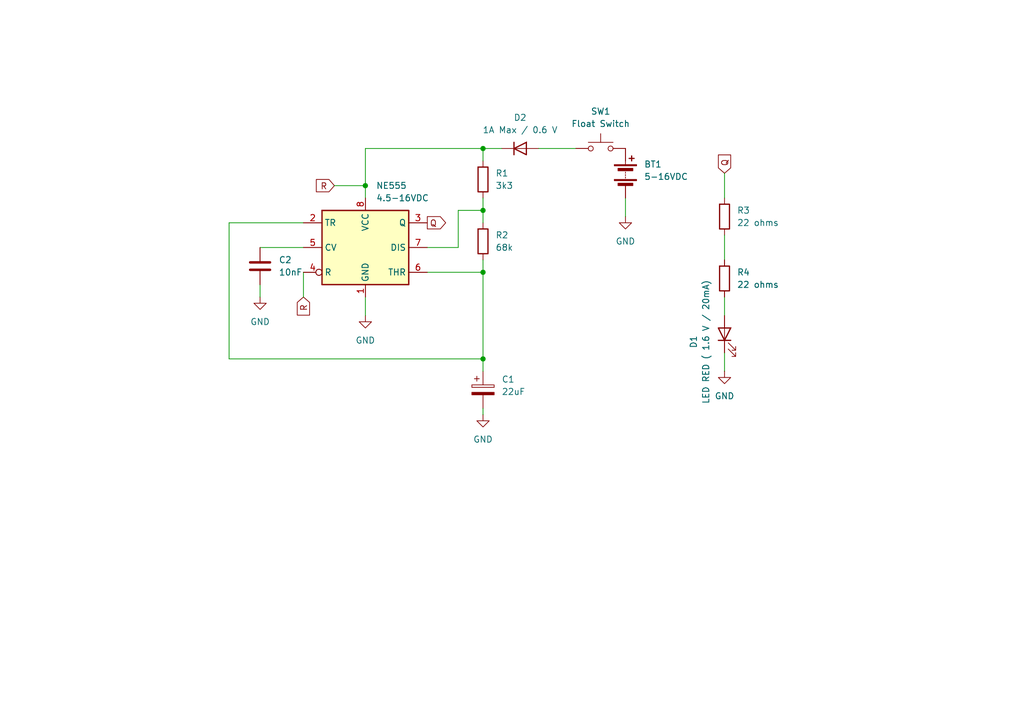
<source format=kicad_sch>
(kicad_sch (version 20250114) (generator "eeschema") (generator_version "9.0")
  (paper "A5")
  (title_block (title "Astable Oscilator "))
  (lib_symbols
    (symbol "Device:Battery" (pin_numbers (hide yes)) (pin_names (offset 0) (hide yes))
      (property "Reference" "BT" (at 2.54 2.54 0))
      (property "Value" "Battery" (at 2.54 0 0))
      (symbol "Battery_0_1"
        (rectangle (start -2.286 1.778) (end 2.286 1.524) (fill (type outline)))
        (rectangle (start -2.286 -1.27) (end 2.286 -1.524) (fill (type outline)))
        (rectangle (start -1.524 1.016) (end 1.524 0.508) (fill (type outline)))
        (rectangle (start -1.524 -2.032) (end 1.524 -2.54) (fill (type outline)))
        (polyline (pts (xy 0 1.778) (xy 0 2.54)))
        (polyline (pts (xy 0 0) (xy 0 0.254)))
        (polyline (pts (xy 0 -0.508) (xy 0 -0.254)))
        (polyline (pts (xy 0 -1.016) (xy 0 -0.762)))
        (polyline (pts (xy 0.762 3.048) (xy 1.778 3.048)) (stroke (width 0.254)))
        (polyline (pts (xy 1.27 3.556) (xy 1.27 2.54)) (stroke (width 0.254)))
      )
      (symbol "Battery_1_1"
        (pin passive line (at 0 5.08 270) (length 2.54) (name "+") (number "1"))
        (pin passive line (at 0 -5.08 90) (length 2.54) (name "-") (number "2"))
      )
    )
    (symbol "Device:C" (pin_numbers (hide yes)) (pin_names (offset 0.254))
      (property "Reference" "C" (at 0.635 2.54 0))
      (property "Value" "C" (at 0.635 -2.54 0))
      (symbol "C_0_1"
        (polyline (pts (xy -2.032 0.762) (xy 2.032 0.762)) (stroke (width 0.508)))
        (polyline (pts (xy -2.032 -0.762) (xy 2.032 -0.762)) (stroke (width 0.508)))
      )
      (symbol "C_1_1"
        (pin passive line (at 0 3.81 270) (length 2.794) (name "~") (number "1"))
        (pin passive line (at 0 -3.81 90) (length 2.794) (name "~") (number "2"))
      )
    )
    (symbol "Device:C_Polarized" (pin_numbers (hide yes)) (pin_names (offset 0.254))
      (property "Reference" "C" (at 0.635 2.54 0))
      (property "Value" "C_Polarized" (at 0.635 -2.54 0))
      (symbol "C_Polarized_0_1"
        (rectangle (start -2.286 0.508) (end 2.286 1.016))
        (polyline (pts (xy -1.778 2.286) (xy -0.762 2.286)))
        (polyline (pts (xy -1.27 2.794) (xy -1.27 1.778)))
        (rectangle (start 2.286 -0.508) (end -2.286 -1.016) (fill (type outline)))
      )
      (symbol "C_Polarized_1_1"
        (pin passive line (at 0 3.81 270) (length 2.794) (name "~") (number "1"))
        (pin passive line (at 0 -3.81 90) (length 2.794) (name "~") (number "2"))
      )
    )
    (symbol "Device:D" (pin_numbers (hide yes)) (pin_names (offset 1.016) (hide yes))
      (property "Reference" "D" (at 0 2.54 0))
      (property "Value" "D" (at 0 -2.54 0))
      (symbol "D_0_1"
        (polyline (pts (xy -1.27 1.27) (xy -1.27 -1.27)) (stroke (width 0.254)))
        (polyline (pts (xy 1.27 1.27) (xy 1.27 -1.27) (xy -1.27 0) (xy 1.27 1.27)) (stroke (width 0.254)))
        (polyline (pts (xy 1.27 0) (xy -1.27 0)))
      )
      (symbol "D_1_1"
        (pin passive line (at -3.81 0 0) (length 2.54) (name "K") (number "1"))
        (pin passive line (at 3.81 0 180) (length 2.54) (name "A") (number "2"))
      )
    )
    (symbol "Device:LED" (pin_numbers (hide yes)) (pin_names (offset 1.016) (hide yes))
      (property "Reference" "D" (at 0 2.54 0))
      (property "Value" "LED" (at 0 -2.54 0))
      (symbol "LED_0_1"
        (polyline (pts (xy -3.048 -0.762) (xy -4.572 -2.286) (xy -3.81 -2.286) (xy -4.572 -2.286) (xy -4.572 -1.524)))
        (polyline (pts (xy -1.778 -0.762) (xy -3.302 -2.286) (xy -2.54 -2.286) (xy -3.302 -2.286) (xy -3.302 -1.524)))
        (polyline (pts (xy -1.27 0) (xy 1.27 0)))
        (polyline (pts (xy -1.27 -1.27) (xy -1.27 1.27)) (stroke (width 0.254)))
        (polyline (pts (xy 1.27 -1.27) (xy 1.27 1.27) (xy -1.27 0) (xy 1.27 -1.27)) (stroke (width 0.254)))
      )
      (symbol "LED_1_1"
        (pin passive line (at -3.81 0 0) (length 2.54) (name "K") (number "1"))
        (pin passive line (at 3.81 0 180) (length 2.54) (name "A") (number "2"))
      )
    )
    (symbol "Device:R" (pin_numbers (hide yes)) (pin_names (offset 0))
      (property "Reference" "R" (at 2.032 0 90))
      (property "Value" "R" (at 0 0 90))
      (symbol "R_0_1"
        (rectangle (start -1.016 -2.54) (end 1.016 2.54) (stroke (width 0.254)))
      )
      (symbol "R_1_1"
        (pin passive line (at 0 3.81 270) (length 1.27) (name "~") (number "1"))
        (pin passive line (at 0 -3.81 90) (length 1.27) (name "~") (number "2"))
      )
    )
    (symbol "Switch:SW_Push" (pin_numbers (hide yes)) (pin_names (offset 1.016) (hide yes))
      (property "Reference" "SW" (at 1.27 2.54 0))
      (property "Value" "SW_Push" (at 0 -1.524 0))
      (symbol "SW_Push_0_1"
        (circle (center -2.032 0) (radius 0.508))
        (polyline (pts (xy 0 1.27) (xy 0 3.048)))
        (circle (center 2.032 0) (radius 0.508))
        (polyline (pts (xy 2.54 1.27) (xy -2.54 1.27)))
        (pin passive line (at -5.08 0 0) (length 2.54) (name "1") (number "1"))
        (pin passive line (at 5.08 0 180) (length 2.54) (name "2") (number "2"))
      )
    )
    (symbol "Timer:NE555P"
      (property "Reference" "U" (at -10.16 8.89 0))
      (property "Value" "NE555P" (at 2.54 8.89 0))
      (symbol "NE555P_0_0"
        (pin power_in line (at 0 10.16 270) (length 2.54) (name "VCC") (number "8"))
        (pin power_in line (at 0 -10.16 90) (length 2.54) (name "GND") (number "1"))
      )
      (symbol "NE555P_0_1"
        (rectangle (start -8.89 -7.62) (end 8.89 7.62) (stroke (width 0.254)) (fill (type background)))
        (rectangle (start -8.89 -7.62) (end 8.89 7.62) (stroke (width 0.254)) (fill (type background)))
      )
      (symbol "NE555P_1_1"
        (pin input line (at -12.7 5.08 0) (length 3.81) (name "TR") (number "2"))
        (pin input line (at -12.7 0 0) (length 3.81) (name "CV") (number "5"))
        (pin input inverted (at -12.7 -5.08 0) (length 3.81) (name "R") (number "4"))
        (pin output line (at 12.7 5.08 180) (length 3.81) (name "Q") (number "3"))
        (pin input line (at 12.7 0 180) (length 3.81) (name "DIS") (number "7"))
        (pin input line (at 12.7 -5.08 180) (length 3.81) (name "THR") (number "6"))
      )
    )
    (symbol "power:GND" (power) (pin_numbers (hide yes)) (pin_names (offset 0) (hide yes))
      (property "Value" "GND" (at 0 -3.81 0))
      (symbol "GND_0_1"
        (polyline (pts (xy 0 0) (xy 0 -1.27) (xy 1.27 -1.27) (xy 0 -2.54) (xy -1.27 -1.27) (xy 0 -1.27)))
      )
      (symbol "GND_1_1"
        (pin power_in line (at 0 0 270) (length 0) (name "~") (number "1"))
      )
    )
  )
  (junction (at 99.06 43.18))
  (junction (at 99.06 55.88))
  (junction (at 99.06 73.66))
  (junction (at 99.06 30.48))
  (junction (at 74.93 38.1))
  (wire (pts (xy 99.06 53.34) (xy 99.06 55.88)))
  (wire (pts (xy 74.93 38.1) (xy 74.93 40.64)))
  (wire (pts (xy 99.06 30.48) (xy 102.87 30.48)))
  (wire (pts (xy 68.58 38.1) (xy 74.93 38.1)))
  (wire (pts (xy 148.59 48.26) (xy 148.59 53.34)))
  (wire (pts (xy 74.93 30.48) (xy 99.06 30.48)))
  (wire (pts (xy 99.06 76.2) (xy 99.06 73.66)))
  (wire (pts (xy 148.59 60.96) (xy 148.59 64.77)))
  (wire (pts (xy 99.06 55.88) (xy 99.06 73.66)))
  (wire (pts (xy 93.98 43.18) (xy 99.06 43.18)))
  (wire (pts (xy 128.27 40.64) (xy 128.27 44.45)))
  (wire (pts (xy 46.99 45.72) (xy 46.99 73.66)))
  (wire (pts (xy 148.59 72.39) (xy 148.59 76.2)))
  (wire (pts (xy 46.99 73.66) (xy 99.06 73.66)))
  (wire (pts (xy 74.93 60.96) (xy 74.93 64.77)))
  (wire (pts (xy 110.49 30.48) (xy 118.11 30.48)))
  (wire (pts (xy 99.06 33.02) (xy 99.06 30.48)))
  (wire (pts (xy 87.63 55.88) (xy 99.06 55.88)))
  (wire (pts (xy 87.63 50.8) (xy 93.98 50.8)))
  (wire (pts (xy 93.98 50.8) (xy 93.98 43.18)))
  (wire (pts (xy 62.23 50.8) (xy 53.34 50.8)))
  (wire (pts (xy 148.59 35.56) (xy 148.59 40.64)))
  (wire (pts (xy 99.06 83.82) (xy 99.06 85.09)))
  (wire (pts (xy 53.34 58.42) (xy 53.34 60.96)))
  (wire (pts (xy 62.23 60.96) (xy 62.23 55.88)))
  (wire (pts (xy 99.06 40.64) (xy 99.06 43.18)))
  (wire (pts (xy 74.93 30.48) (xy 74.93 38.1)))
  (wire (pts (xy 62.23 45.72) (xy 46.99 45.72)))
  (wire (pts (xy 99.06 43.18) (xy 99.06 45.72)))
  (global_label "R" (shape input) (at 62.23 60.96 270) (property "Intersheetrefs" "${INTERSHEET_REFS}" (effects (hide yes))))
  (global_label "Q" (shape output) (at 87.63 45.72 0) (property "Intersheetrefs" "${INTERSHEET_REFS}" (effects (hide yes))))
  (global_label "R" (shape input) (at 68.58 38.1 180) (property "Intersheetrefs" "${INTERSHEET_REFS}" (effects (hide yes))))
  (global_label "Q" (shape input) (at 148.59 35.56 90) (property "Intersheetrefs" "${INTERSHEET_REFS}" (effects (hide yes))))
  (symbol (lib_id "Device:C_Polarized") (at 99.06 80.01 0) (unit 1)
    (property "Reference" "C1" (at 102.87 77.8509 0) (effects (justify left)))
    (property "Value" "22uF" (at 102.87 80.3909 0) (effects (justify left)))
    (property "Footprint" "Capacitor_THT:CP_Radial_D5.0mm_P2.00mm" (effects (hide yes)))
    (property "Description" "Polarized capacitor" (effects (hide yes)))
  )
  (symbol (lib_id "Device:D") (at 106.68 30.48 0) (unit 1)
    (property "Reference" "D2" (at 106.68 24.13 0))
    (property "Value" "1A Max / 0.6 V" (at 106.68 26.67 0))
    (property "Footprint" "Diode_THT:D_A-405_P10.16mm_Horizontal" (effects (hide yes)))
    (property "Description" "Diode" (effects (hide yes)))
    (property "Sim.Device" "D" (effects (hide yes)))
    (property "Sim.Pins" "1=K 2=A" (effects (hide yes)))
  )
  (symbol (lib_id "power:GND") (at 74.93 64.77 0) (unit 1)
    (property "Reference" "#PWR02" (effects (hide yes)))
    (property "Value" "GND" (at 74.93 69.85 0))
    (property "Description" "Power symbol creates a global label with name \"GND\" , ground" (effects (hide yes)))
  )
  (symbol (lib_id "Device:LED") (at 148.59 68.58 90) (unit 1)
    (property "Reference" "D1" (at 142.24 70.1675 0))
    (property "Value" "LED RED ( 1.6 V / 20mA)" (at 144.78 70.1675 0))
    (property "Footprint" "LED_THT:LED_D5.0mm" (effects (hide yes)))
    (property "Description" "Light emitting diode" (effects (hide yes)))
  )
  (symbol (lib_id "power:GND") (at 99.06 85.09 0) (unit 1)
    (property "Reference" "#PWR04" (effects (hide yes)))
    (property "Value" "GND" (at 99.06 90.17 0))
    (property "Description" "Power symbol creates a global label with name \"GND\" , ground" (effects (hide yes)))
  )
  (symbol (lib_id "power:GND") (at 148.59 76.2 0) (unit 1)
    (property "Reference" "#PWR03" (effects (hide yes)))
    (property "Value" "GND" (at 148.59 81.28 0))
    (property "Description" "Power symbol creates a global label with name \"GND\" , ground" (effects (hide yes)))
  )
  (symbol (lib_id "Device:C") (at 53.34 54.61 0) (unit 1)
    (property "Reference" "C2" (at 57.15 53.3399 0) (effects (justify left)))
    (property "Value" "10nF" (at 57.15 55.8799 0) (effects (justify left)))
    (property "Footprint" "Capacitor_THT:C_Disc_D3.0mm_W1.6mm_P2.50mm" (effects (hide yes)))
    (property "Description" "Unpolarized capacitor" (effects (hide yes)))
  )
  (symbol (lib_id "Switch:SW_Push") (at 123.19 30.48 0) (unit 1)
    (property "Reference" "SW1" (at 123.19 22.86 0))
    (property "Value" "Float Switch" (at 123.19 25.4 0))
    (property "Footprint" "TerminalBlock_Phoenix:TerminalBlock_Phoenix_MKDS-1,5-2-5.08_1x02_P5.08mm_Horizontal" (effects (hide yes)))
    (property "Description" "Push button switch, generic, two pins" (effects (hide yes)))
  )
  (symbol (lib_id "power:GND") (at 53.34 60.96 0) (unit 1)
    (property "Reference" "#PWR06" (effects (hide yes)))
    (property "Value" "GND" (at 53.34 66.04 0))
    (property "Description" "Power symbol creates a global label with name \"GND\" , ground" (effects (hide yes)))
  )
  (symbol (lib_id "Device:Battery") (at 128.27 35.56 0) (unit 1)
    (property "Reference" "BT1" (at 132.08 33.7184 0) (effects (justify left)))
    (property "Value" "5-16VDC" (at 132.08 36.2584 0) (effects (justify left)))
    (property "Footprint" "TerminalBlock_Phoenix:TerminalBlock_Phoenix_MKDS-1,5-2-5.08_1x02_P5.08mm_Horizontal" (effects (hide yes)))
    (property "Description" "Multiple-cell battery" (effects (hide yes)))
  )
  (symbol (lib_id "Device:R") (at 99.06 49.53 0) (unit 1)
    (property "Reference" "R2" (at 101.6 48.2599 0) (effects (justify left)))
    (property "Value" "68k" (at 101.6 50.7999 0) (effects (justify left)))
    (property "Footprint" "Resistor_THT:R_Axial_DIN0207_L6.3mm_D2.5mm_P10.16mm_Horizontal" (effects (hide yes)))
    (property "Description" "Resistor" (effects (hide yes)))
  )
  (symbol (lib_id "Device:R") (at 148.59 44.45 0) (unit 1)
    (property "Reference" "R3" (at 151.13 43.1799 0) (effects (justify left)))
    (property "Value" "22 ohms" (at 151.13 45.7199 0) (effects (justify left)))
    (property "Footprint" "Resistor_THT:R_Axial_DIN0207_L6.3mm_D2.5mm_P10.16mm_Horizontal" (effects (hide yes)))
    (property "Description" "Resistor" (effects (hide yes)))
  )
  (symbol (lib_id "power:GND") (at 128.27 44.45 0) (unit 1)
    (property "Reference" "#PWR01" (effects (hide yes)))
    (property "Value" "GND" (at 128.27 49.53 0))
    (property "Description" "Power symbol creates a global label with name \"GND\" , ground" (effects (hide yes)))
  )
  (symbol (lib_id "Device:R") (at 148.59 57.15 0) (unit 1)
    (property "Reference" "R4" (at 151.13 55.8799 0) (effects (justify left)))
    (property "Value" "22 ohms" (at 151.13 58.4199 0) (effects (justify left)))
    (property "Footprint" "Resistor_THT:R_Axial_DIN0207_L6.3mm_D2.5mm_P10.16mm_Horizontal" (effects (hide yes)))
    (property "Description" "Resistor" (effects (hide yes)))
  )
  (symbol (lib_id "Timer:NE555P") (at 74.93 50.8 0) (unit 1)
    (property "Reference" "NE555" (at 77.1241 38.1 0) (effects (justify left)))
    (property "Value" "4.5-16VDC" (at 77.1241 40.64 0) (effects (justify left)))
    (property "Footprint" "Package_DIP:DIP-8_W7.62mm" (effects (hide yes)))
    (property "Datasheet" "http://www.ti.com/lit/ds/symlink/ne555.pdf" (effects (hide yes)))
    (property "Description" "Precision Timers, 555 compatible,  PDIP-8" (effects (hide yes)))
  )
  (symbol (lib_id "Device:R") (at 99.06 36.83 0) (unit 1)
    (property "Reference" "R1" (at 101.6 35.5599 0) (effects (justify left)))
    (property "Value" "3k3" (at 101.6 38.0999 0) (effects (justify left)))
    (property "Footprint" "Resistor_THT:R_Axial_DIN0207_L6.3mm_D2.5mm_P10.16mm_Horizontal" (effects (hide yes)))
    (property "Description" "Resistor" (effects (hide yes)))
  )
)
</source>
